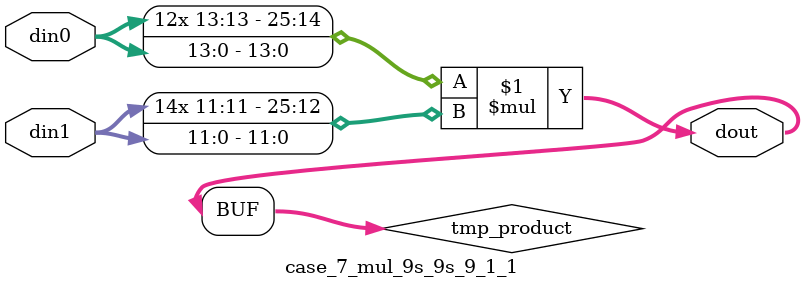
<source format=v>

`timescale 1 ns / 1 ps

 module case_7_mul_9s_9s_9_1_1(din0, din1, dout);
parameter ID = 1;
parameter NUM_STAGE = 0;
parameter din0_WIDTH = 14;
parameter din1_WIDTH = 12;
parameter dout_WIDTH = 26;

input [din0_WIDTH - 1 : 0] din0; 
input [din1_WIDTH - 1 : 0] din1; 
output [dout_WIDTH - 1 : 0] dout;

wire signed [dout_WIDTH - 1 : 0] tmp_product;



























assign tmp_product = $signed(din0) * $signed(din1);








assign dout = tmp_product;





















endmodule

</source>
